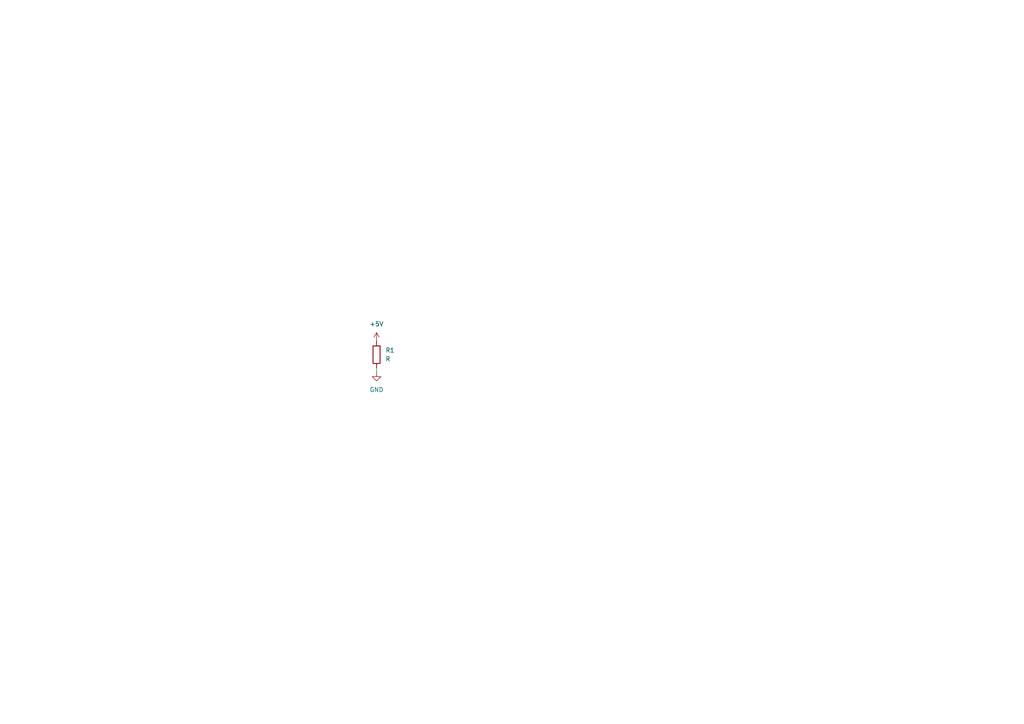
<source format=kicad_sch>
(kicad_sch (version 20250114) (generator "eeschema") (generator_version "9.0")
  (paper "A4")
  (lib_symbols
    (symbol "Device:R" (pin_numbers (hide yes)) (pin_names (offset 0))
      (property "Reference" "R" (at 2.032 0 90))
      (property "Value" "R" (at 0 0 90))
      (symbol "R_0_1"
        (rectangle (start -1.016 -2.54) (end 1.016 2.54) (stroke (width 0.254)))
      )
      (symbol "R_1_1"
        (pin passive line (at 0 3.81 270) (length 1.27) (name "~") (number "1"))
        (pin passive line (at 0 -3.81 90) (length 1.27) (name "~") (number "2"))
      )
    )
    (symbol "power:+5V" (power) (pin_numbers (hide yes)) (pin_names (offset 0) (hide yes))
      (property "Value" "+5V" (at 0 3.556 0))
      (symbol "+5V_0_1"
        (polyline (pts (xy -0.762 1.27) (xy 0 2.54)))
        (polyline (pts (xy 0 2.54) (xy 0.762 1.27)))
        (polyline (pts (xy 0 0) (xy 0 2.54)))
      )
      (symbol "+5V_1_1"
        (pin power_in line (at 0 0 90) (length 0) (name "~") (number "1"))
      )
    )
    (symbol "power:GND" (power) (pin_numbers (hide yes)) (pin_names (offset 0) (hide yes))
      (property "Value" "GND" (at 0 -3.81 0))
      (symbol "GND_0_1"
        (polyline (pts (xy 0 0) (xy 0 -1.27) (xy 1.27 -1.27) (xy 0 -2.54) (xy -1.27 -1.27) (xy 0 -1.27)))
      )
      (symbol "GND_1_1"
        (pin power_in line (at 0 0 270) (length 0) (name "~") (number "1"))
      )
    )
  )
  (wire (pts (xy 109.22 106.68) (xy 109.22 107.95)))
  (symbol (lib_id "power:GND") (at 109.22 107.95 0) (unit 1)
    (property "Reference" "#PWR01" (effects (hide yes)))
    (property "Value" "GND" (at 109.22 113.03 0))
    (property "Description" "Power symbol creates a global label with name \"GND\" , ground" (effects (hide yes)))
  )
  (symbol (lib_id "power:+5V") (at 109.22 99.06 0) (unit 1)
    (property "Reference" "#PWR02" (effects (hide yes)))
    (property "Value" "+5V" (at 109.22 93.98 0))
    (property "Description" "Power symbol creates a global label with name \"+5V\"" (effects (hide yes)))
  )
  (symbol (lib_id "Device:R") (at 109.22 102.87 0) (unit 1)
    (property "Reference" "R1" (at 111.76 101.5999 0) (effects (justify left)))
    (property "Value" "R" (at 111.76 104.1399 0) (effects (justify left)))
    (property "Description" "Resistor" (effects (hide yes)))
  )
)
</source>
